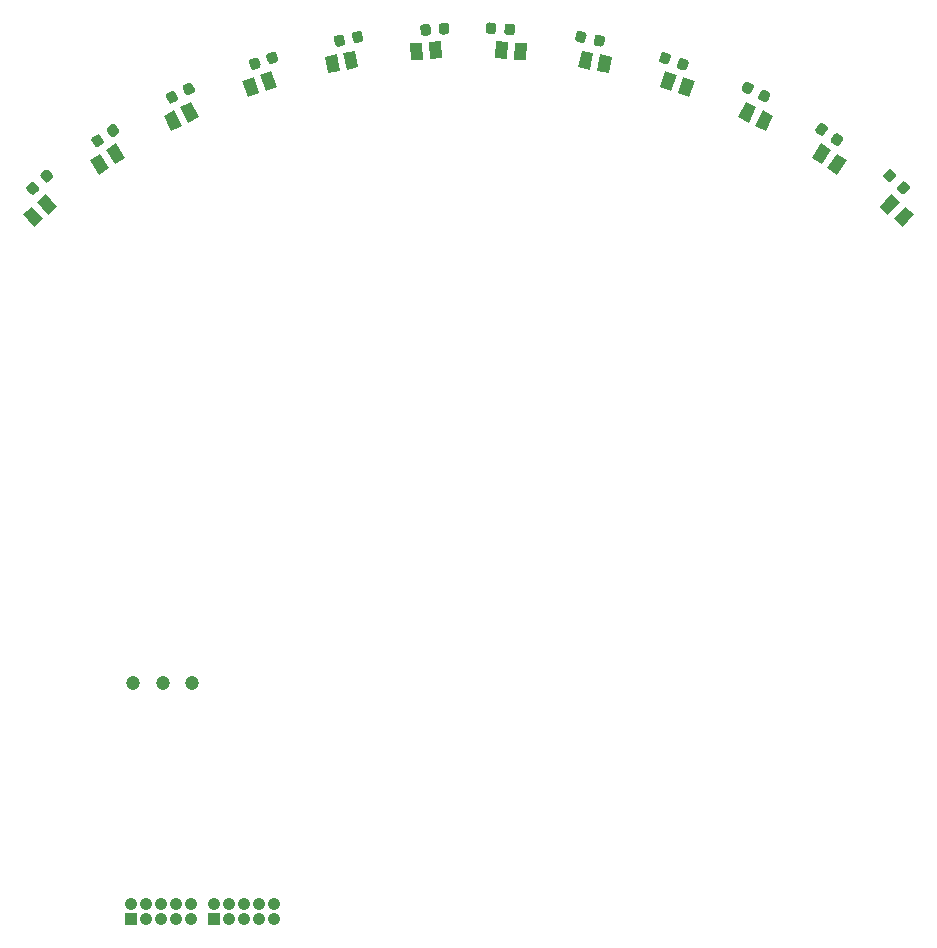
<source format=gbs>
G04 #@! TF.GenerationSoftware,KiCad,Pcbnew,(5.1.10)-1*
G04 #@! TF.CreationDate,2022-02-06T13:53:10+09:00*
G04 #@! TF.ProjectId,Main,4d61696e-2e6b-4696-9361-645f70636258,rev?*
G04 #@! TF.SameCoordinates,Original*
G04 #@! TF.FileFunction,Soldermask,Bot*
G04 #@! TF.FilePolarity,Negative*
%FSLAX46Y46*%
G04 Gerber Fmt 4.6, Leading zero omitted, Abs format (unit mm)*
G04 Created by KiCad (PCBNEW (5.1.10)-1) date 2022-02-06 13:53:10*
%MOMM*%
%LPD*%
G01*
G04 APERTURE LIST*
%ADD10R,1.060000X1.060000*%
%ADD11C,1.060000*%
%ADD12C,1.200000*%
%ADD13C,0.100000*%
G04 APERTURE END LIST*
G36*
G01*
X-37052920Y42750299D02*
X-37390498Y43135912D01*
G75*
G02*
X-37369995Y43444591I164591J144088D01*
G01*
X-37040813Y43732768D01*
G75*
G02*
X-36732134Y43712265I144088J-164591D01*
G01*
X-36394556Y43326652D01*
G75*
G02*
X-36415059Y43017973I-164591J-144088D01*
G01*
X-36744241Y42729796D01*
G75*
G02*
X-37052920Y42750299I-144088J164591D01*
G01*
G37*
G36*
G01*
X-35867866Y43787735D02*
X-36205444Y44173348D01*
G75*
G02*
X-36184941Y44482027I164591J144088D01*
G01*
X-35855759Y44770204D01*
G75*
G02*
X-35547080Y44749701I144088J-164591D01*
G01*
X-35209502Y44364088D01*
G75*
G02*
X-35230005Y44055409I-164591J-144088D01*
G01*
X-35559187Y43767232D01*
G75*
G02*
X-35867866Y43787735I-144088J164591D01*
G01*
G37*
G36*
G01*
X-30316637Y47681008D02*
X-30600995Y48107384D01*
G75*
G02*
X-30540377Y48410746I181990J121372D01*
G01*
X-30176397Y48653490D01*
G75*
G02*
X-29873035Y48592872I121372J-181990D01*
G01*
X-29588677Y48166496D01*
G75*
G02*
X-29649295Y47863134I-181990J-121372D01*
G01*
X-30013275Y47620390D01*
G75*
G02*
X-30316637Y47681008I-121372J181990D01*
G01*
G37*
G36*
G01*
X-31626965Y46807128D02*
X-31911323Y47233504D01*
G75*
G02*
X-31850705Y47536866I181990J121372D01*
G01*
X-31486725Y47779610D01*
G75*
G02*
X-31183363Y47718992I121372J-181990D01*
G01*
X-30899005Y47292616D01*
G75*
G02*
X-30959623Y46989254I-181990J-121372D01*
G01*
X-31323603Y46746510D01*
G75*
G02*
X-31626965Y46807128I-121372J181990D01*
G01*
G37*
G36*
G01*
X-23972823Y51224605D02*
X-24199095Y51684450D01*
G75*
G02*
X-24099399Y51977304I196275J96579D01*
G01*
X-23706849Y52170463D01*
G75*
G02*
X-23413995Y52070767I96579J-196275D01*
G01*
X-23187723Y51610922D01*
G75*
G02*
X-23287419Y51318068I-196275J-96579D01*
G01*
X-23679969Y51124909D01*
G75*
G02*
X-23972823Y51224605I-96579J196275D01*
G01*
G37*
G36*
G01*
X-25386005Y50529233D02*
X-25612277Y50989078D01*
G75*
G02*
X-25512581Y51281932I196275J96579D01*
G01*
X-25120031Y51475091D01*
G75*
G02*
X-24827177Y51375395I96579J-196275D01*
G01*
X-24600905Y50915550D01*
G75*
G02*
X-24700601Y50622696I-196275J-96579D01*
G01*
X-25093151Y50429537D01*
G75*
G02*
X-25386005Y50529233I-96579J196275D01*
G01*
G37*
G36*
G01*
X-18428175Y53414526D02*
X-18592489Y53899972D01*
G75*
G02*
X-18455421Y54177308I207202J70134D01*
G01*
X-18041017Y54317576D01*
G75*
G02*
X-17763681Y54180508I70134J-207202D01*
G01*
X-17599367Y53695062D01*
G75*
G02*
X-17736435Y53417726I-207202J-70134D01*
G01*
X-18150839Y53277458D01*
G75*
G02*
X-18428175Y53414526I-70134J207202D01*
G01*
G37*
G36*
G01*
X-16936319Y53919492D02*
X-17100633Y54404938D01*
G75*
G02*
X-16963565Y54682274I207202J70134D01*
G01*
X-16549161Y54822542D01*
G75*
G02*
X-16271825Y54685474I70134J-207202D01*
G01*
X-16107511Y54200028D01*
G75*
G02*
X-16244579Y53922692I-207202J-70134D01*
G01*
X-16658983Y53782424D01*
G75*
G02*
X-16936319Y53919492I-70134J207202D01*
G01*
G37*
G36*
G01*
X-9756893Y55716612D02*
X-9856438Y56219352D01*
G75*
G02*
X-9684343Y56476425I214584J42489D01*
G01*
X-9255176Y56561403D01*
G75*
G02*
X-8998103Y56389308I42489J-214584D01*
G01*
X-8898558Y55886568D01*
G75*
G02*
X-9070653Y55629495I-214584J-42489D01*
G01*
X-9499820Y55544517D01*
G75*
G02*
X-9756893Y55716612I-42489J214584D01*
G01*
G37*
G36*
G01*
X-11301897Y55410692D02*
X-11401442Y55913432D01*
G75*
G02*
X-11229347Y56170505I214584J42489D01*
G01*
X-10800180Y56255483D01*
G75*
G02*
X-10543107Y56083388I42489J-214584D01*
G01*
X-10443562Y55580648D01*
G75*
G02*
X-10615657Y55323575I-214584J-42489D01*
G01*
X-11044824Y55238597D01*
G75*
G02*
X-11301897Y55410692I-42489J214584D01*
G01*
G37*
G36*
G01*
X-2484193Y56466871D02*
X-2517265Y56978302D01*
G75*
G02*
X-2313087Y57210712I218294J14116D01*
G01*
X-1876499Y57238945D01*
G75*
G02*
X-1644089Y57034767I14116J-218294D01*
G01*
X-1611017Y56523336D01*
G75*
G02*
X-1815195Y56290926I-218294J-14116D01*
G01*
X-2251783Y56262693D01*
G75*
G02*
X-2484193Y56466871I-14116J218294D01*
G01*
G37*
G36*
G01*
X-4055911Y56365233D02*
X-4088983Y56876664D01*
G75*
G02*
X-3884805Y57109074I218294J14116D01*
G01*
X-3448217Y57137307D01*
G75*
G02*
X-3215807Y56933129I14116J-218294D01*
G01*
X-3182735Y56421698D01*
G75*
G02*
X-3386913Y56189288I-218294J-14116D01*
G01*
X-3823501Y56161055D01*
G75*
G02*
X-4055911Y56365233I-14116J218294D01*
G01*
G37*
G36*
G01*
X3939290Y56924501D02*
X3905324Y56413128D01*
G75*
G02*
X3672558Y56209356I-218269J14497D01*
G01*
X3236020Y56238351D01*
G75*
G02*
X3032248Y56471117I14497J218269D01*
G01*
X3066214Y56982490D01*
G75*
G02*
X3298980Y57186262I218269J-14497D01*
G01*
X3735518Y57157267D01*
G75*
G02*
X3939290Y56924501I-14497J-218269D01*
G01*
G37*
G36*
G01*
X2367752Y57028883D02*
X2333786Y56517510D01*
G75*
G02*
X2101020Y56313738I-218269J14497D01*
G01*
X1664482Y56342733D01*
G75*
G02*
X1460710Y56575499I14497J218269D01*
G01*
X1494676Y57086872D01*
G75*
G02*
X1727442Y57290644I218269J-14497D01*
G01*
X2163980Y57261649D01*
G75*
G02*
X2367752Y57028883I-14497J-218269D01*
G01*
G37*
G36*
G01*
X11551464Y55911248D02*
X11451041Y55408683D01*
G75*
G02*
X11193669Y55237037I-214509J42863D01*
G01*
X10764650Y55322764D01*
G75*
G02*
X10593004Y55580136I42863J214509D01*
G01*
X10693427Y56082701D01*
G75*
G02*
X10950799Y56254347I214509J-42863D01*
G01*
X11379818Y56168620D01*
G75*
G02*
X11551464Y55911248I-42863J-214509D01*
G01*
G37*
G36*
G01*
X10006996Y56219864D02*
X9906573Y55717299D01*
G75*
G02*
X9649201Y55545653I-214509J42863D01*
G01*
X9220182Y55631380D01*
G75*
G02*
X9048536Y55888752I42863J214509D01*
G01*
X9148959Y56391317D01*
G75*
G02*
X9406331Y56562963I214509J-42863D01*
G01*
X9835350Y56477236D01*
G75*
G02*
X10006996Y56219864I-42863J-214509D01*
G01*
G37*
G36*
G01*
X18642226Y53847803D02*
X18477065Y53362646D01*
G75*
G02*
X18199489Y53226062I-207080J70496D01*
G01*
X17785330Y53367053D01*
G75*
G02*
X17648746Y53644629I70496J207080D01*
G01*
X17813907Y54129786D01*
G75*
G02*
X18091483Y54266370I207080J-70496D01*
G01*
X18505642Y54125379D01*
G75*
G02*
X18642226Y53847803I-70496J-207080D01*
G01*
G37*
G36*
G01*
X17151254Y54355371D02*
X16986093Y53870214D01*
G75*
G02*
X16708517Y53733630I-207080J70496D01*
G01*
X16294358Y53874621D01*
G75*
G02*
X16157774Y54152197I70496J207080D01*
G01*
X16322935Y54637354D01*
G75*
G02*
X16600511Y54773938I207080J-70496D01*
G01*
X17014670Y54632947D01*
G75*
G02*
X17151254Y54355371I-70496J-207080D01*
G01*
G37*
G36*
G01*
X25561732Y51086962D02*
X25334658Y50627513D01*
G75*
G02*
X25041630Y50528329I-196106J96922D01*
G01*
X24649418Y50722172D01*
G75*
G02*
X24550234Y51015200I96922J196106D01*
G01*
X24777308Y51474649D01*
G75*
G02*
X25070336Y51573833I196106J-96922D01*
G01*
X25462548Y51379990D01*
G75*
G02*
X25561732Y51086962I-96922J-196106D01*
G01*
G37*
G36*
G01*
X24149766Y51784800D02*
X23922692Y51325351D01*
G75*
G02*
X23629664Y51226167I-196106J96922D01*
G01*
X23237452Y51420010D01*
G75*
G02*
X23138268Y51713038I96922J196106D01*
G01*
X23365342Y52172487D01*
G75*
G02*
X23658370Y52271671I196106J-96922D01*
G01*
X24050582Y52077828D01*
G75*
G02*
X24149766Y51784800I-96922J-196106D01*
G01*
G37*
G36*
G01*
X31710507Y47331477D02*
X31425405Y46905598D01*
G75*
G02*
X31121937Y46845510I-181778J121690D01*
G01*
X30758381Y47088889D01*
G75*
G02*
X30698293Y47392357I121690J181778D01*
G01*
X30983395Y47818236D01*
G75*
G02*
X31286863Y47878324I181778J-121690D01*
G01*
X31650419Y47634945D01*
G75*
G02*
X31710507Y47331477I-121690J-181778D01*
G01*
G37*
G36*
G01*
X30401707Y48207643D02*
X30116605Y47781764D01*
G75*
G02*
X29813137Y47721676I-181778J121690D01*
G01*
X29449581Y47965055D01*
G75*
G02*
X29389493Y48268523I121690J181778D01*
G01*
X29674595Y48694402D01*
G75*
G02*
X29978063Y48754490I181778J-121690D01*
G01*
X30341619Y48511111D01*
G75*
G02*
X30401707Y48207643I-121690J-181778D01*
G01*
G37*
G36*
G01*
X36156182Y44223512D02*
X35817932Y43838489D01*
G75*
G02*
X35509218Y43818525I-164339J144375D01*
G01*
X35180540Y44107276D01*
G75*
G02*
X35160576Y44415990I144375J164339D01*
G01*
X35498826Y44801013D01*
G75*
G02*
X35807540Y44820977I164339J-144375D01*
G01*
X36136218Y44532226D01*
G75*
G02*
X36156182Y44223512I-144375J-164339D01*
G01*
G37*
G36*
G01*
X37339424Y43184010D02*
X37001174Y42798987D01*
G75*
G02*
X36692460Y42779023I-164339J144375D01*
G01*
X36363782Y43067774D01*
G75*
G02*
X36343818Y43376488I144375J164339D01*
G01*
X36682068Y43761511D01*
G75*
G02*
X36990782Y43781475I164339J-144375D01*
G01*
X37319460Y43492724D01*
G75*
G02*
X37339424Y43184010I-144375J-164339D01*
G01*
G37*
D10*
X-28540000Y-18635000D03*
D11*
X-28540000Y-17365000D03*
X-27270000Y-18635000D03*
X-27270000Y-17365000D03*
X-26000000Y-18635000D03*
X-26000000Y-17365000D03*
X-24730000Y-18635000D03*
X-24730000Y-17365000D03*
X-23460000Y-18635000D03*
X-23460000Y-17365000D03*
X-16460000Y-17365000D03*
X-16460000Y-18635000D03*
X-17730000Y-17365000D03*
X-17730000Y-18635000D03*
X-19000000Y-17365000D03*
X-19000000Y-18635000D03*
X-20270000Y-17365000D03*
X-20270000Y-18635000D03*
X-21540000Y-17365000D03*
D10*
X-21540000Y-18635000D03*
D12*
X-23400000Y1400000D03*
X-25900000Y1400000D03*
X-28400000Y1400000D03*
D13*
G36*
X-36967294Y41699083D02*
G01*
X-36012195Y40608081D01*
X-36764610Y39949391D01*
X-37719709Y41040393D01*
X-36967294Y41699083D01*
G37*
G36*
X-35763430Y42752987D02*
G01*
X-34808331Y41661985D01*
X-35560746Y41003295D01*
X-36515845Y42094297D01*
X-35763430Y42752987D01*
G37*
G36*
X-31208211Y46167542D02*
G01*
X-30403687Y44961208D01*
X-31235641Y44406364D01*
X-32040165Y45612698D01*
X-31208211Y46167542D01*
G37*
G36*
X-29877085Y47055294D02*
G01*
X-29072561Y45848960D01*
X-29904515Y45294116D01*
X-30709039Y46500450D01*
X-29877085Y47055294D01*
G37*
G36*
X-23479534Y50552471D02*
G01*
X-22839350Y49251447D01*
X-23736608Y48809941D01*
X-24376792Y50110965D01*
X-23479534Y50552471D01*
G37*
G36*
X-24915148Y49846061D02*
G01*
X-24274964Y48545037D01*
X-25172222Y48103531D01*
X-25812406Y49404555D01*
X-24915148Y49846061D01*
G37*
G36*
X-18195778Y52671701D02*
G01*
X-17730889Y51298246D01*
X-18678100Y50977633D01*
X-19142989Y52351088D01*
X-18195778Y52671701D01*
G37*
G36*
X-16680242Y53184681D02*
G01*
X-16215353Y51811226D01*
X-17162564Y51490613D01*
X-17627453Y52864068D01*
X-16680242Y53184681D01*
G37*
G36*
X-9595546Y54906887D02*
G01*
X-9313907Y53484502D01*
X-10294862Y53290267D01*
X-10576501Y54712652D01*
X-9595546Y54906887D01*
G37*
G36*
X-11165074Y54596113D02*
G01*
X-10883435Y53173728D01*
X-11864390Y52979493D01*
X-12146029Y54401878D01*
X-11165074Y54596113D01*
G37*
G36*
X-3943332Y55586370D02*
G01*
X-3849760Y54139392D01*
X-4847676Y54074860D01*
X-4941248Y55521838D01*
X-3943332Y55586370D01*
G37*
G36*
X-2346668Y55689622D02*
G01*
X-2253096Y54242644D01*
X-3251012Y54178112D01*
X-3344584Y55625090D01*
X-2346668Y55689622D01*
G37*
G36*
X2251982Y54244991D02*
G01*
X2348079Y55691803D01*
X3345880Y55625529D01*
X3249783Y54178717D01*
X2251982Y54244991D01*
G37*
G36*
X3848464Y54138953D02*
G01*
X3944561Y55585765D01*
X4942362Y55519491D01*
X4846265Y54072679D01*
X3848464Y54138953D01*
G37*
G36*
X10882092Y53173460D02*
G01*
X11166214Y54595352D01*
X12146828Y54399406D01*
X11862706Y52977514D01*
X10882092Y53173460D01*
G37*
G36*
X9313108Y53486974D02*
G01*
X9597230Y54908866D01*
X10577844Y54712920D01*
X10293722Y53291028D01*
X9313108Y53486974D01*
G37*
G36*
X16214885Y51813782D02*
G01*
X16682170Y53186424D01*
X17628819Y52864158D01*
X17161534Y51491516D01*
X16214885Y51813782D01*
G37*
G36*
X17729523Y51298156D02*
G01*
X18196808Y52670798D01*
X19143457Y52348532D01*
X18676172Y50975890D01*
X17729523Y51298156D01*
G37*
G36*
X24273597Y48545127D02*
G01*
X24916050Y49845032D01*
X25812537Y49401961D01*
X25170084Y48102056D01*
X24273597Y48545127D01*
G37*
G36*
X22839219Y49254041D02*
G01*
X23481672Y50553946D01*
X24378159Y50110875D01*
X23735706Y48810970D01*
X22839219Y49254041D01*
G37*
G36*
X29072768Y45851549D02*
G01*
X29879397Y47056477D01*
X30710382Y46500181D01*
X29903753Y45295253D01*
X29072768Y45851549D01*
G37*
G36*
X30402344Y44961477D02*
G01*
X31208973Y46166405D01*
X32039958Y45610109D01*
X31233329Y44405181D01*
X30402344Y44961477D01*
G37*
G36*
X36010898Y40608522D02*
G01*
X36967900Y41697855D01*
X37719164Y41037854D01*
X36762162Y39948521D01*
X36010898Y40608522D01*
G37*
G36*
X34808876Y41664524D02*
G01*
X35765878Y42753857D01*
X36517142Y42093856D01*
X35560140Y41004523D01*
X34808876Y41664524D01*
G37*
M02*

</source>
